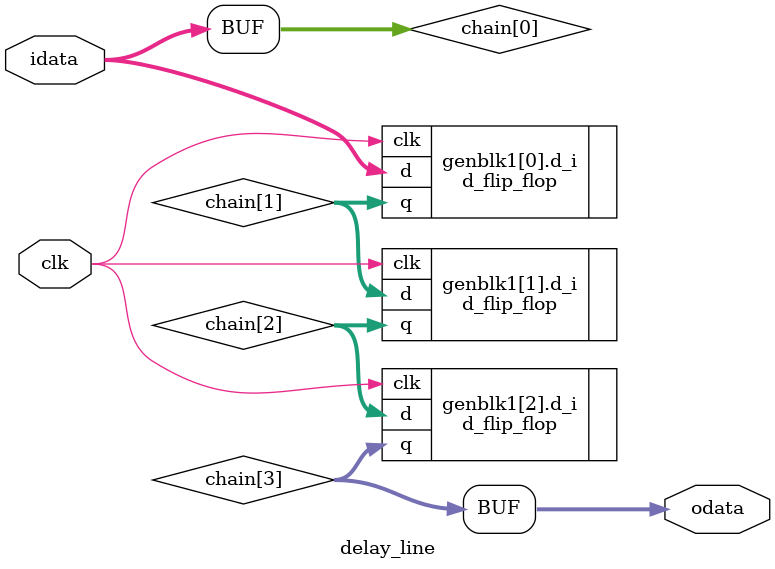
<source format=v>
`timescale 1ns / 1ps

module delay_line #
    (
        parameter N=8,
        parameter DELAY=3
    )
    (
        input clk,
        input [N-1:0]idata,
        output [N-1:0]odata
    );
    wire [N-1:0]chain[DELAY:0];
    assign chain[0]=idata;
    genvar i;
    generate
        for(i=0; i<DELAY; i=i+1)
        begin
        d_flip_flop #(.N(N)) d_i
        (
            .clk(clk),
            .d(chain[i]),
            .q(chain[i+1])
        );
        end
    endgenerate
    assign odata=chain[DELAY];
endmodule
</source>
